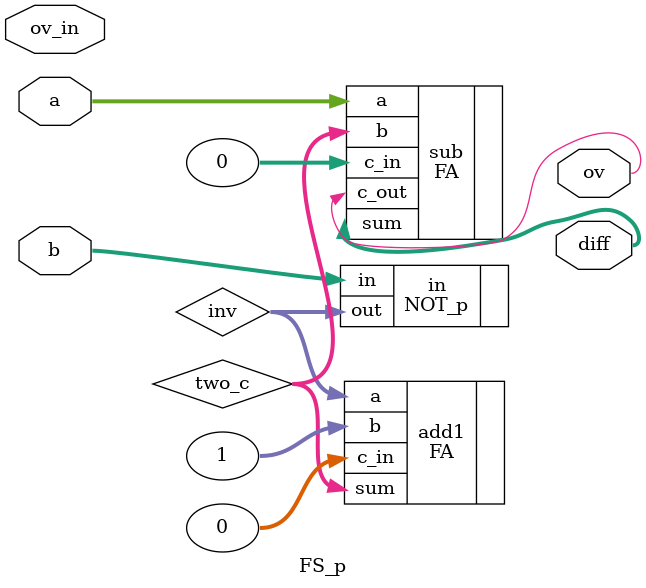
<source format=v>
`timescale 1ns / 1ps


module FS_p(a,b,diff,ov,ov_in);
    parameter N = 32;
    input [(N-1):0] a;
    input [(N-1):0] b;
    input ov_in;
    output [(N-1):0] diff;
    output ov;
    wire [(N-1):0] inv;
    wire [(N-1):0] two_c;
    //  invert the input to be subtracted
    NOT_p #(N) in(
        .in(b),
        .out(inv)
        );
    //  add 1 to the inverted input to make the 2's complement
    FA #(N) add1(
        .a(inv),
        .b(1),
        .c_in(0),
        .sum(two_c)
        );
    //  a + (-b)
    FA #(N) sub(
        .a(a),
        .b(two_c),
        .c_in(0),
        .c_out(ov),
        .sum(diff)
    );
endmodule

</source>
